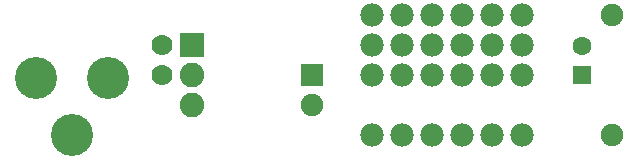
<source format=gtl>
G04 MADE WITH FRITZING*
G04 WWW.FRITZING.ORG*
G04 DOUBLE SIDED*
G04 HOLES PLATED*
G04 CONTOUR ON CENTER OF CONTOUR VECTOR*
%ASAXBY*%
%FSLAX23Y23*%
%MOIN*%
%OFA0B0*%
%SFA1.0B1.0*%
%ADD10C,0.078000*%
%ADD11C,0.082000*%
%ADD12C,0.140000*%
%ADD13C,0.070000*%
%ADD14C,0.062992*%
%ADD15C,0.075000*%
%ADD16R,0.082000X0.082000*%
%ADD17R,0.062992X0.062992*%
%ADD18R,0.075000X0.075000*%
%LNCOPPER1*%
G90*
G70*
G54D10*
X1336Y541D03*
X1336Y441D03*
X1336Y341D03*
X1436Y541D03*
X1436Y441D03*
X1436Y341D03*
X1536Y541D03*
X1536Y441D03*
X1536Y341D03*
X1636Y541D03*
X1636Y441D03*
X1636Y341D03*
X1736Y541D03*
X1736Y441D03*
X1736Y341D03*
X1836Y541D03*
X1836Y441D03*
X1836Y341D03*
G54D11*
X736Y441D03*
X736Y341D03*
X736Y241D03*
G54D12*
X456Y331D03*
X216Y331D03*
X336Y141D03*
G54D10*
X1836Y141D03*
X1736Y141D03*
X1636Y141D03*
X1536Y141D03*
X1436Y141D03*
X1336Y141D03*
G54D13*
X636Y441D03*
X636Y341D03*
G54D14*
X2036Y341D03*
X2036Y439D03*
G54D15*
X2136Y141D03*
X2136Y541D03*
X1136Y341D03*
X1136Y241D03*
G54D16*
X736Y441D03*
G54D17*
X2036Y341D03*
G54D18*
X1136Y341D03*
G04 End of Copper1*
M02*
</source>
